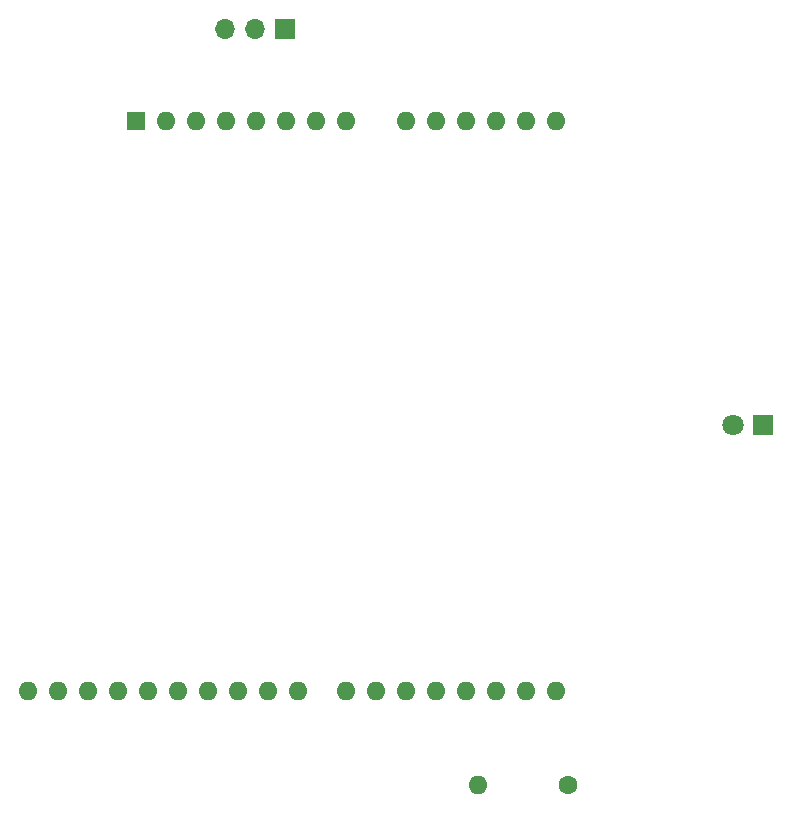
<source format=gbr>
%TF.GenerationSoftware,KiCad,Pcbnew,8.0.7*%
%TF.CreationDate,2025-03-18T01:08:04+05:30*%
%TF.ProjectId,design,64657369-676e-42e6-9b69-6361645f7063,rev?*%
%TF.SameCoordinates,Original*%
%TF.FileFunction,Soldermask,Bot*%
%TF.FilePolarity,Negative*%
%FSLAX46Y46*%
G04 Gerber Fmt 4.6, Leading zero omitted, Abs format (unit mm)*
G04 Created by KiCad (PCBNEW 8.0.7) date 2025-03-18 01:08:04*
%MOMM*%
%LPD*%
G01*
G04 APERTURE LIST*
%ADD10R,1.700000X1.700000*%
%ADD11O,1.700000X1.700000*%
%ADD12R,1.800000X1.800000*%
%ADD13C,1.800000*%
%ADD14C,1.600000*%
%ADD15O,1.600000X1.600000*%
%ADD16R,1.600000X1.600000*%
G04 APERTURE END LIST*
D10*
%TO.C,M1*%
X152025000Y-55000000D03*
D11*
X149485000Y-55000000D03*
X146945000Y-55000000D03*
%TD*%
D12*
%TO.C,D1*%
X192540000Y-88500000D03*
D13*
X190000000Y-88500000D03*
%TD*%
D14*
%TO.C,R1*%
X176000000Y-119000000D03*
D15*
X168380000Y-119000000D03*
%TD*%
D16*
%TO.C,A1*%
X139440000Y-62740000D03*
D15*
X141980000Y-62740000D03*
X144520000Y-62740000D03*
X147060000Y-62740000D03*
X149600000Y-62740000D03*
X152140000Y-62740000D03*
X154680000Y-62740000D03*
X157220000Y-62740000D03*
X162300000Y-62740000D03*
X164840000Y-62740000D03*
X167380000Y-62740000D03*
X169920000Y-62740000D03*
X172460000Y-62740000D03*
X175000000Y-62740000D03*
X175000000Y-111000000D03*
X172460000Y-111000000D03*
X169920000Y-111000000D03*
X167380000Y-111000000D03*
X164840000Y-111000000D03*
X162300000Y-111000000D03*
X159760000Y-111000000D03*
X157220000Y-111000000D03*
X153160000Y-111000000D03*
X150620000Y-111000000D03*
X148080000Y-111000000D03*
X145540000Y-111000000D03*
X143000000Y-111000000D03*
X140460000Y-111000000D03*
X137920000Y-111000000D03*
X135380000Y-111000000D03*
X132840000Y-111000000D03*
X130300000Y-111000000D03*
%TD*%
M02*

</source>
